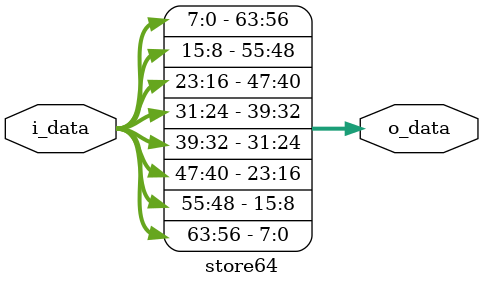
<source format=v>

module store64
#(	
	parameter	BW_DATA			= 64
)
(	
	output 		[BW_DATA-1:0]	o_data,
	input		[BW_DATA-1:0]	i_data
);

	//genvar		i;
	//generate
	//	for (i=0; i<8; i=i+1) begin
	//		assign	o_data[63-i*8-:8] = (i_data >> 8*i) % 256;
	//	end
	//endgenerate	

	assign	o_data	= {	i_data[63-7*8-:8],
						i_data[63-6*8-:8],
						i_data[63-5*8-:8],
						i_data[63-4*8-:8],
						i_data[63-3*8-:8],
						i_data[63-2*8-:8],
						i_data[63-1*8-:8],
						i_data[63-0*8-:8]};

endmodule

</source>
